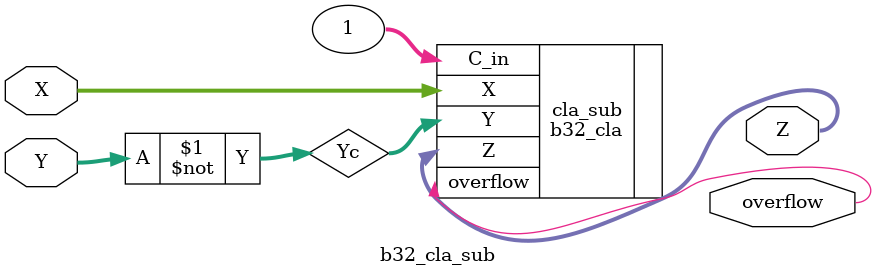
<source format=v>
`timescale 1ns / 1ps

module b32_cla_sub(X, Y, Z, overflow);
    input wire [31 : 0] X, Y;
    output wire [31 : 0] Z;
    output wire overflow;

    // take the complement of the second input (we use a carry in to simulate the full 2's complement)
    wire [31 : 0] Yc = ~Y;

    // perform Z = X + (-Y) and get the overflow bit
    b32_cla cla_sub (
        .X(X),
        .Y(Yc),
        .C_in(1),           // using the carry in with the inverted Y simulates taking the 2's complement of Y
        .Z(Z),
        .overflow(overflow)
        );

endmodule

</source>
